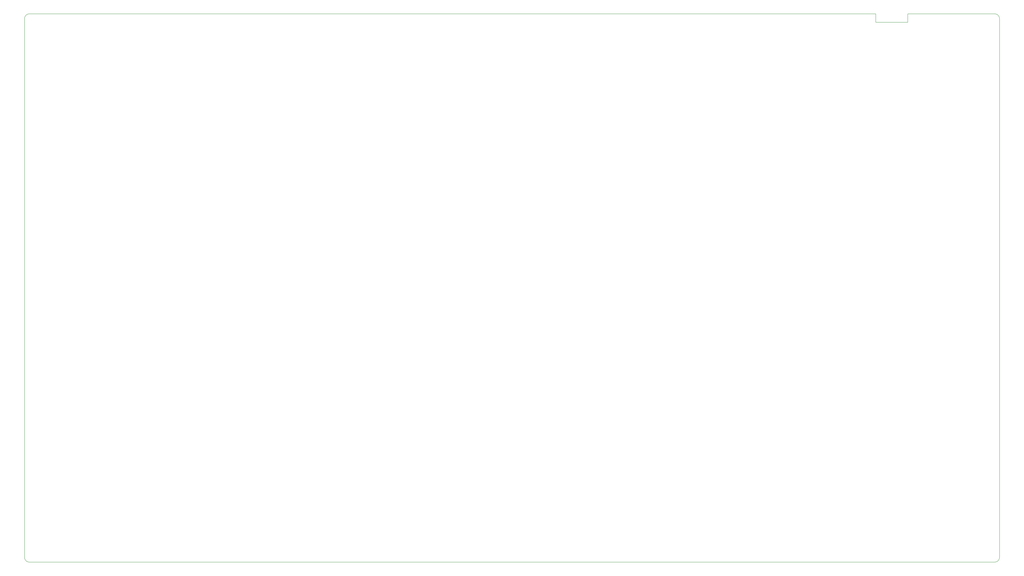
<source format=gko>
G04 Layer_Color=16711935*
%FSLAX25Y25*%
%MOIN*%
G70*
G01*
G75*
%ADD22C,0.01000*%
D22*
X3149606Y1757652D02*
G03*
X3133858Y1773400I-15748J0D01*
G01*
Y0D02*
G03*
X3149606Y15748I0J15748D01*
G01*
X0D02*
G03*
X15748Y0I15748J0D01*
G01*
Y1773400D02*
G03*
X0Y1757652I0J-15748D01*
G01*
Y15748D02*
Y1757652D01*
X15748Y0D02*
X3133858D01*
X3149606Y15748D02*
Y1757652D01*
X2749725Y1746040D02*
X2769410D01*
X2833410D02*
X2853095D01*
X2749725D02*
Y1773400D01*
X2769410Y1746040D02*
X2833410D01*
X15748Y1773400D02*
X2749725D01*
X2853095Y1746040D02*
Y1772900D01*
X2853595Y1773400D01*
X3133858D01*
M02*

</source>
